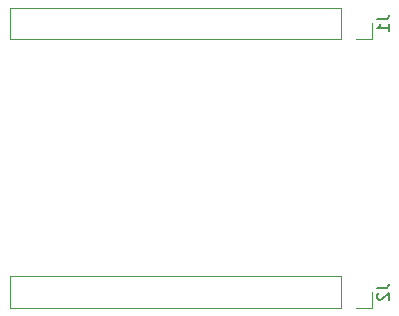
<source format=gbr>
%TF.GenerationSoftware,KiCad,Pcbnew,8.0.1*%
%TF.CreationDate,2024-04-08T01:45:07-04:00*%
%TF.ProjectId,NerdNOS,4e657264-4e4f-4532-9e6b-696361645f70,rev?*%
%TF.SameCoordinates,Original*%
%TF.FileFunction,Legend,Bot*%
%TF.FilePolarity,Positive*%
%FSLAX46Y46*%
G04 Gerber Fmt 4.6, Leading zero omitted, Abs format (unit mm)*
G04 Created by KiCad (PCBNEW 8.0.1) date 2024-04-08 01:45:07*
%MOMM*%
%LPD*%
G01*
G04 APERTURE LIST*
%ADD10C,0.150000*%
%ADD11C,0.120000*%
G04 APERTURE END LIST*
D10*
X118474819Y-77166666D02*
X119189104Y-77166666D01*
X119189104Y-77166666D02*
X119331961Y-77119047D01*
X119331961Y-77119047D02*
X119427200Y-77023809D01*
X119427200Y-77023809D02*
X119474819Y-76880952D01*
X119474819Y-76880952D02*
X119474819Y-76785714D01*
X118570057Y-77595238D02*
X118522438Y-77642857D01*
X118522438Y-77642857D02*
X118474819Y-77738095D01*
X118474819Y-77738095D02*
X118474819Y-77976190D01*
X118474819Y-77976190D02*
X118522438Y-78071428D01*
X118522438Y-78071428D02*
X118570057Y-78119047D01*
X118570057Y-78119047D02*
X118665295Y-78166666D01*
X118665295Y-78166666D02*
X118760533Y-78166666D01*
X118760533Y-78166666D02*
X118903390Y-78119047D01*
X118903390Y-78119047D02*
X119474819Y-77547619D01*
X119474819Y-77547619D02*
X119474819Y-78166666D01*
X118474819Y-54416666D02*
X119189104Y-54416666D01*
X119189104Y-54416666D02*
X119331961Y-54369047D01*
X119331961Y-54369047D02*
X119427200Y-54273809D01*
X119427200Y-54273809D02*
X119474819Y-54130952D01*
X119474819Y-54130952D02*
X119474819Y-54035714D01*
X119474819Y-55416666D02*
X119474819Y-54845238D01*
X119474819Y-55130952D02*
X118474819Y-55130952D01*
X118474819Y-55130952D02*
X118617676Y-55035714D01*
X118617676Y-55035714D02*
X118712914Y-54940476D01*
X118712914Y-54940476D02*
X118760533Y-54845238D01*
D11*
%TO.C,J2*%
X87420000Y-76170000D02*
X87420000Y-78830000D01*
X87420000Y-76170000D02*
X115420000Y-76170000D01*
X87420000Y-78830000D02*
X115420000Y-78830000D01*
X115420000Y-76170000D02*
X115420000Y-78830000D01*
X118020000Y-77500000D02*
X118020000Y-78830000D01*
X118020000Y-78830000D02*
X116690000Y-78830000D01*
%TO.C,J1*%
X87420000Y-53420000D02*
X87420000Y-56080000D01*
X87420000Y-53420000D02*
X115420000Y-53420000D01*
X87420000Y-56080000D02*
X115420000Y-56080000D01*
X115420000Y-53420000D02*
X115420000Y-56080000D01*
X118020000Y-54750000D02*
X118020000Y-56080000D01*
X118020000Y-56080000D02*
X116690000Y-56080000D01*
%TD*%
M02*

</source>
